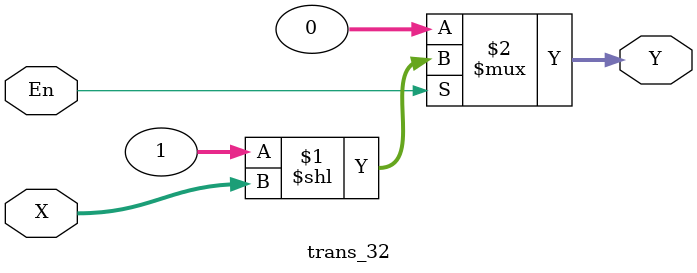
<source format=v>
`timescale 1ns / 1ps


module trans_32(
    input[4:0] X,
    output [31:0] Y,
    input En
    );
    
    assign Y =En ? (1<<X) : 0;
endmodule

</source>
